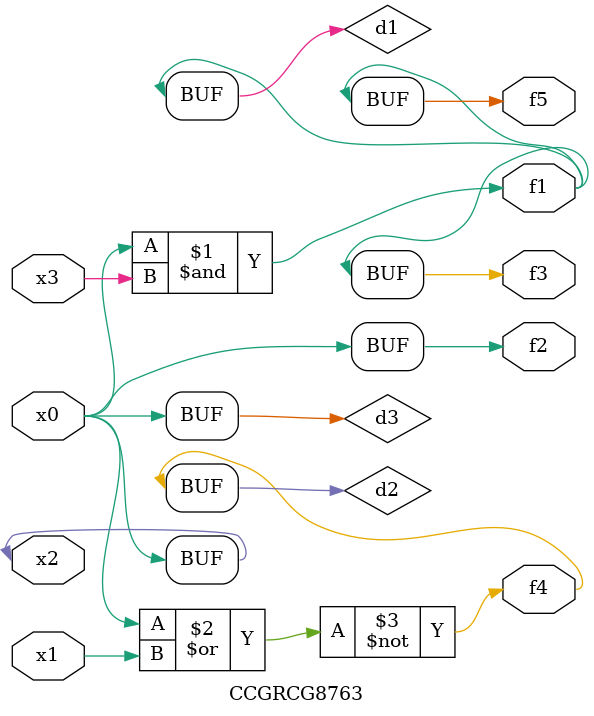
<source format=v>
module CCGRCG8763(
	input x0, x1, x2, x3,
	output f1, f2, f3, f4, f5
);

	wire d1, d2, d3;

	and (d1, x2, x3);
	nor (d2, x0, x1);
	buf (d3, x0, x2);
	assign f1 = d1;
	assign f2 = d3;
	assign f3 = d1;
	assign f4 = d2;
	assign f5 = d1;
endmodule

</source>
